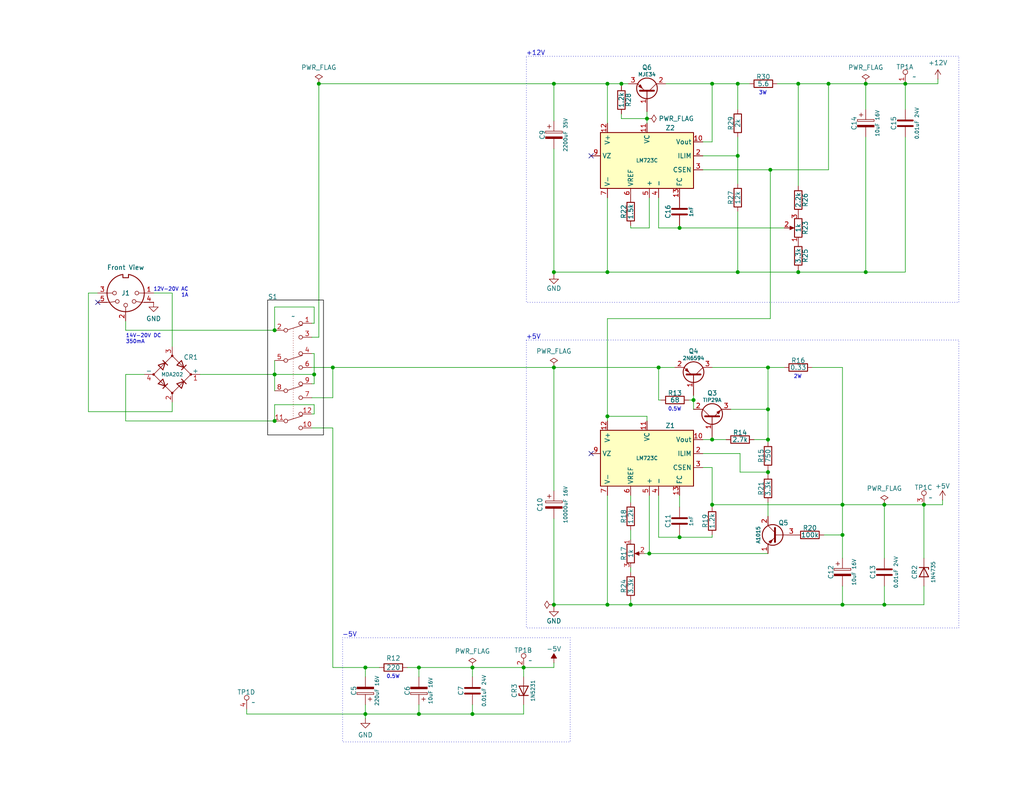
<source format=kicad_sch>
(kicad_sch (version 20250114) (generator "eeschema") (generator_version "9.0")
  (paper "USLetter")
  (title_block (title "TRS-80 Model I Rev HE11E011520") (date "2025-06-14") (rev "E1A") (company "RetroStack - Marcel Erz") (comment 2 "Linear Voltage regulators for +5V, -5V, and +12V") (comment 4 "Power"))
  (lib_symbols
    (symbol "Connector:DIN-5_180degree" (pin_names (offset 1.016))
      (property "Reference" "J" (at 3.175 5.715 0))
      (property "Value" "DIN-5_180degree" (at 0 -6.35 0))
      (symbol "DIN-5_180degree_0_1"
        (polyline (pts (xy -5.08 2.54) (xy -4.318 2.54) (xy -2.794 2.286)))
        (polyline (pts (xy -5.08 0) (xy -3.556 0)))
        (circle (center -3.048 0) (radius 0.508))
        (circle (center -2.286 2.286) (radius 0.508))
        (polyline (pts (xy -0.762 -4.953) (xy -0.762 -4.191) (xy 0.762 -4.191) (xy 0.762 -4.953)) (stroke (width 0.254)))
        (arc (start 5.08 0) (mid 3.8673 -3.3444) (end 0.762 -5.08) (stroke (width 0.254)))
        (polyline (pts (xy 0 5.08) (xy 0 3.81)))
        (circle (center 0 3.302) (radius 0.508))
        (arc (start -5.08 0) (mid 0 5.0579) (end 5.08 0) (stroke (width 0.254)))
        (arc (start -0.762 -5.08) (mid -3.8597 -3.3379) (end -5.08 0) (stroke (width 0.254)))
        (circle (center 2.286 2.286) (radius 0.508))
        (circle (center 3.048 0) (radius 0.508))
        (polyline (pts (xy 5.08 2.54) (xy 4.318 2.54) (xy 2.794 2.286)))
        (polyline (pts (xy 5.08 0) (xy 3.556 0)))
      )
      (symbol "DIN-5_180degree_1_1"
        (pin passive line (at -7.62 2.54 0) (length 2.54) (name "~") (number "4"))
        (pin passive line (at -7.62 0 0) (length 2.54) (name "~") (number "1"))
        (pin passive line (at 0 7.62 270) (length 2.54) (name "~") (number "2"))
        (pin passive line (at 7.62 2.54 180) (length 2.54) (name "~") (number "5"))
        (pin passive line (at 7.62 0 180) (length 2.54) (name "~") (number "3"))
      )
    )
    (symbol "Device:C" (pin_numbers (hide yes)) (pin_names (offset 0.254))
      (property "Reference" "C" (at 0.635 2.54 0))
      (property "Value" "C" (at 0.635 -2.54 0))
      (symbol "C_0_1"
        (polyline (pts (xy -2.032 0.762) (xy 2.032 0.762)) (stroke (width 0.508)))
        (polyline (pts (xy -2.032 -0.762) (xy 2.032 -0.762)) (stroke (width 0.508)))
      )
      (symbol "C_1_1"
        (pin passive line (at 0 3.81 270) (length 2.794) (name "~") (number "1"))
        (pin passive line (at 0 -3.81 90) (length 2.794) (name "~") (number "2"))
      )
    )
    (symbol "Device:C_Polarized" (pin_numbers (hide yes)) (pin_names (offset 0.254))
      (property "Reference" "C" (at 0.635 2.54 0))
      (property "Value" "C_Polarized" (at 0.635 -2.54 0))
      (symbol "C_Polarized_0_1"
        (rectangle (start -2.286 0.508) (end 2.286 1.016))
        (polyline (pts (xy -1.778 2.286) (xy -0.762 2.286)))
        (polyline (pts (xy -1.27 2.794) (xy -1.27 1.778)))
        (rectangle (start 2.286 -0.508) (end -2.286 -1.016) (fill (type outline)))
      )
      (symbol "C_Polarized_1_1"
        (pin passive line (at 0 3.81 270) (length 2.794) (name "~") (number "1"))
        (pin passive line (at 0 -3.81 90) (length 2.794) (name "~") (number "2"))
      )
    )
    (symbol "Device:D_Bridge_+AA-" (pin_names (offset 0))
      (property "Reference" "D" (at 2.54 6.985 0))
      (property "Value" "D_Bridge_+AA-" (at 2.54 5.08 0))
      (symbol "D_Bridge_+AA-_0_1"
        (circle (center -5.08 0) (radius 0.254) (fill (type outline)))
        (polyline (pts (xy -5.08 0) (xy 0 -5.08) (xy 5.08 0) (xy 0 5.08) (xy -5.08 0)))
        (polyline (pts (xy -3.81 2.54) (xy -2.54 1.27) (xy -1.905 3.175) (xy -3.81 2.54)) (stroke (width 0.254)))
        (polyline (pts (xy -2.54 3.81) (xy -1.27 2.54)) (stroke (width 0.254)))
        (polyline (pts (xy -2.54 -1.27) (xy -3.81 -2.54) (xy -1.905 -3.175) (xy -2.54 -1.27)) (stroke (width 0.254)))
        (polyline (pts (xy -1.27 -2.54) (xy -2.54 -3.81)) (stroke (width 0.254)))
        (circle (center 0 5.08) (radius 0.254) (fill (type outline)))
        (circle (center 0 -5.08) (radius 0.254) (fill (type outline)))
        (polyline (pts (xy 1.27 2.54) (xy 2.54 3.81) (xy 3.175 1.905) (xy 1.27 2.54)) (stroke (width 0.254)))
        (polyline (pts (xy 2.54 1.27) (xy 3.81 2.54)) (stroke (width 0.254)))
        (polyline (pts (xy 2.54 -1.27) (xy 3.81 -2.54)) (stroke (width 0.254)))
        (polyline (pts (xy 3.175 -1.905) (xy 1.27 -2.54) (xy 2.54 -3.81) (xy 3.175 -1.905)) (stroke (width 0.254)))
        (circle (center 5.08 0) (radius 0.254) (fill (type outline)))
      )
      (symbol "D_Bridge_+AA-_1_1"
        (pin passive line (at -7.62 0 0) (length 2.54) (name "-") (number "4"))
        (pin passive line (at 0 7.62 270) (length 2.54) (name "~") (number "2"))
        (pin passive line (at 0 -7.62 90) (length 2.54) (name "~") (number "3"))
        (pin passive line (at 7.62 0 180) (length 2.54) (name "+") (number "1"))
      )
    )
    (symbol "Device:D_Zener" (pin_numbers (hide yes)) (pin_names (offset 1.016) (hide yes))
      (property "Reference" "D" (at 0 2.54 0))
      (property "Value" "D_Zener" (at 0 -2.54 0))
      (symbol "D_Zener_0_1"
        (polyline (pts (xy -1.27 -1.27) (xy -1.27 1.27) (xy -0.762 1.27)) (stroke (width 0.254)))
        (polyline (pts (xy 1.27 0) (xy -1.27 0)))
        (polyline (pts (xy 1.27 -1.27) (xy 1.27 1.27) (xy -1.27 0) (xy 1.27 -1.27)) (stroke (width 0.254)))
      )
      (symbol "D_Zener_1_1"
        (pin passive line (at -3.81 0 0) (length 2.54) (name "K") (number "1"))
        (pin passive line (at 3.81 0 180) (length 2.54) (name "A") (number "2"))
      )
    )
    (symbol "Device:Q_NPN_BCE" (pin_names (offset 0) (hide yes))
      (property "Reference" "Q" (at 5.08 1.27 0))
      (property "Value" "Q_NPN_BCE" (at 5.08 -1.27 0))
      (symbol "Q_NPN_BCE_0_1"
        (polyline (pts (xy 0.635 1.905) (xy 0.635 -1.905) (xy 0.635 -1.905)) (stroke (width 0.508)))
        (polyline (pts (xy 0.635 0.635) (xy 2.54 2.54)))
        (polyline (pts (xy 0.635 -0.635) (xy 2.54 -2.54) (xy 2.54 -2.54)))
        (circle (center 1.27 0) (radius 2.8194) (stroke (width 0.254)))
        (polyline (pts (xy 1.27 -1.778) (xy 1.778 -1.27) (xy 2.286 -2.286) (xy 1.27 -1.778) (xy 1.27 -1.778)) (fill (type outline)))
      )
      (symbol "Q_NPN_BCE_1_1"
        (pin input line (at -5.08 0 0) (length 5.715) (name "B") (number "1"))
        (pin passive line (at 2.54 5.08 270) (length 2.54) (name "C") (number "2"))
        (pin passive line (at 2.54 -5.08 90) (length 2.54) (name "E") (number "3"))
      )
    )
    (symbol "Device:Q_PNP_BCE" (pin_names (offset 0) (hide yes))
      (property "Reference" "Q" (at 5.08 1.27 0))
      (property "Value" "Q_PNP_BCE" (at 5.08 -1.27 0))
      (symbol "Q_PNP_BCE_0_1"
        (polyline (pts (xy 0.635 1.905) (xy 0.635 -1.905) (xy 0.635 -1.905)) (stroke (width 0.508)))
        (polyline (pts (xy 0.635 0.635) (xy 2.54 2.54)))
        (polyline (pts (xy 0.635 -0.635) (xy 2.54 -2.54) (xy 2.54 -2.54)))
        (circle (center 1.27 0) (radius 2.8194) (stroke (width 0.254)))
        (polyline (pts (xy 2.286 -1.778) (xy 1.778 -2.286) (xy 1.27 -1.27) (xy 2.286 -1.778) (xy 2.286 -1.778)) (fill (type outline)))
      )
      (symbol "Q_PNP_BCE_1_1"
        (pin input line (at -5.08 0 0) (length 5.715) (name "B") (number "1"))
        (pin passive line (at 2.54 5.08 270) (length 2.54) (name "C") (number "2"))
        (pin passive line (at 2.54 -5.08 90) (length 2.54) (name "E") (number "3"))
      )
    )
    (symbol "Device:Q_PNP_BEC" (pin_names (offset 0) (hide yes))
      (property "Reference" "Q" (at 5.08 1.27 0))
      (property "Value" "Q_PNP_BEC" (at 5.08 -1.27 0))
      (symbol "Q_PNP_BEC_0_1"
        (polyline (pts (xy 0.635 1.905) (xy 0.635 -1.905) (xy 0.635 -1.905)) (stroke (width 0.508)))
        (polyline (pts (xy 0.635 0.635) (xy 2.54 2.54)))
        (polyline (pts (xy 0.635 -0.635) (xy 2.54 -2.54) (xy 2.54 -2.54)))
        (circle (center 1.27 0) (radius 2.8194) (stroke (width 0.254)))
        (polyline (pts (xy 2.286 -1.778) (xy 1.778 -2.286) (xy 1.27 -1.27) (xy 2.286 -1.778) (xy 2.286 -1.778)) (fill (type outline)))
      )
      (symbol "Q_PNP_BEC_1_1"
        (pin input line (at -5.08 0 0) (length 5.715) (name "B") (number "1"))
        (pin passive line (at 2.54 5.08 270) (length 2.54) (name "C") (number "3"))
        (pin passive line (at 2.54 -5.08 90) (length 2.54) (name "E") (number "2"))
      )
    )
    (symbol "Device:R" (pin_numbers (hide yes)) (pin_names (offset 0))
      (property "Reference" "R" (at 2.032 0 90))
      (property "Value" "R" (at 0 0 90))
      (symbol "R_0_1"
        (rectangle (start -1.016 -2.54) (end 1.016 2.54) (stroke (width 0.254)))
      )
      (symbol "R_1_1"
        (pin passive line (at 0 3.81 270) (length 1.27) (name "~") (number "1"))
        (pin passive line (at 0 -3.81 90) (length 1.27) (name "~") (number "2"))
      )
    )
    (symbol "Device:R_Potentiometer" (pin_names (offset 1.016) (hide yes))
      (property "Reference" "RV" (at -4.445 0 90))
      (property "Value" "R_Potentiometer" (at -2.54 0 90))
      (symbol "R_Potentiometer_0_1"
        (rectangle (start 1.016 2.54) (end -1.016 -2.54) (stroke (width 0.254)))
        (polyline (pts (xy 1.143 0) (xy 2.286 0.508) (xy 2.286 -0.508) (xy 1.143 0)) (fill (type outline)))
        (polyline (pts (xy 2.54 0) (xy 1.524 0)))
      )
      (symbol "R_Potentiometer_1_1"
        (pin passive line (at 0 3.81 270) (length 1.27) (name "1") (number "1"))
        (pin passive line (at 0 -3.81 90) (length 1.27) (name "3") (number "3"))
        (pin passive line (at 3.81 0 180) (length 1.27) (name "2") (number "2"))
      )
    )
    (symbol "LM723C_1"
      (property "Reference" "U" (at 0 0 0))
      (symbol "LM723C_1_0_1"
        (rectangle (start -12.7 -5.08) (end 12.7 -20.32) (stroke (width 0.254)) (fill (type background)))
      )
      (symbol "LM723C_1_1_1"
        (pin no_connect line (at -15.24 -9.525 0) (length 2.54) (hide yes) (name "NC") (number "8"))
        (pin input line (at -15.24 -11.43 0) (length 2.54) (name "VZ") (number "9"))
        (pin no_connect line (at -15.24 -13.97 0) (length 2.54) (hide yes) (name "NC") (number "1"))
        (pin no_connect line (at -15.24 -15.875 0) (length 2.54) (hide yes) (name "NC") (number "14"))
        (pin power_in line (at -10.795 -2.54 270) (length 2.54) (name "V+") (number "12"))
        (pin power_in line (at -10.795 -22.86 90) (length 2.54) (name "V-") (number "7"))
        (pin power_out line (at -4.445 -22.86 90) (length 2.54) (name "VREF") (number "6"))
        (pin power_in line (at 0 -2.54 270) (length 2.54) (name "VC") (number "11"))
        (pin input line (at 0.635 -22.86 90) (length 2.54) (name "+") (number "5"))
        (pin input line (at 3.175 -22.86 90) (length 2.54) (name "-") (number "4"))
        (pin input line (at 8.89 -22.86 90) (length 2.54) (name "FC") (number "13"))
        (pin power_out line (at 15.24 -7.62 180) (length 2.54) (name "Vout") (number "10"))
        (pin input line (at 15.24 -11.43 180) (length 2.54) (name "ILIM") (number "2"))
        (pin input line (at 15.24 -15.24 180) (length 2.54) (name "CSEN") (number "3"))
      )
    )
    (symbol "Library:TRS80_Model_I_TestPoints"
      (property "Reference" "TP" (at 0 1.778 0))
      (symbol "TRS80_Model_I_TestPoints_0_1"
        (circle (center 0 0) (radius 0.635))
      )
      (symbol "TRS80_Model_I_TestPoints_1_1"
        (pin passive line (at 0 -3.175 90) (length 2.54) (name "") (number "1"))
      )
      (symbol "TRS80_Model_I_TestPoints_2_1"
        (pin passive line (at 0 -3.175 90) (length 2.54) (name "") (number "2"))
      )
      (symbol "TRS80_Model_I_TestPoints_3_1"
        (pin passive line (at 0 -3.175 90) (length 2.54) (name "") (number "3"))
      )
      (symbol "TRS80_Model_I_TestPoints_4_1"
        (pin passive line (at 0 -3.175 90) (length 2.54) (name "") (number "4"))
      )
    )
    (symbol "RetroStackLibrary:LM723C"
      (property "Reference" "U" (at 0 0 0))
      (symbol "LM723C_0_1"
        (rectangle (start -12.7 -5.08) (end 12.7 -20.32) (stroke (width 0.254)) (fill (type background)))
      )
      (symbol "LM723C_1_1"
        (pin no_connect line (at -15.24 -9.525 0) (length 2.54) (hide yes) (name "NC") (number "8"))
        (pin input line (at -15.24 -11.43 0) (length 2.54) (name "VZ") (number "9"))
        (pin no_connect line (at -15.24 -13.97 0) (length 2.54) (hide yes) (name "NC") (number "1"))
        (pin no_connect line (at -15.24 -15.875 0) (length 2.54) (hide yes) (name "NC") (number "14"))
        (pin power_in line (at -10.795 -2.54 270) (length 2.54) (name "V+") (number "12"))
        (pin power_in line (at -10.795 -22.86 90) (length 2.54) (name "V-") (number "7"))
        (pin power_out line (at -4.445 -22.86 90) (length 2.54) (name "VREF") (number "6"))
        (pin power_in line (at 0 -2.54 270) (length 2.54) (name "VC") (number "11"))
        (pin input line (at 0.635 -22.86 90) (length 2.54) (name "+") (number "5"))
        (pin input line (at 3.175 -22.86 90) (length 2.54) (name "-") (number "4"))
        (pin input line (at 8.89 -22.86 90) (length 2.54) (name "FC") (number "13"))
        (pin power_out line (at 15.24 -7.62 180) (length 2.54) (name "Vout") (number "10"))
        (pin input line (at 15.24 -11.43 180) (length 2.54) (name "ILIM") (number "2"))
        (pin input line (at 15.24 -15.24 180) (length 2.54) (name "CSEN") (number "3"))
      )
    )
    (symbol "RetroStackLibrary:SW_4PST"
      (property "Reference" "SW" (at 0 0 0))
      (symbol "SW_4PST_0_0"
        (circle (center -2.032 -3.81) (radius 0.508))
        (circle (center -2.032 -12.065) (radius 0.508))
        (circle (center -2.032 -20.32) (radius 0.508))
        (circle (center -2.032 -28.575) (radius 0.508))
        (polyline (pts (xy -1.524 -3.683) (xy 2.54 -2.413)))
        (polyline (pts (xy -1.524 -11.938) (xy 2.54 -10.668)))
        (polyline (pts (xy -1.524 -20.193) (xy 2.54 -18.923)))
        (polyline (pts (xy -1.524 -28.448) (xy 2.54 -27.178)))
        (circle (center 2.032 -1.905) (radius 0.508))
        (circle (center 2.032 -5.715) (radius 0.508))
        (circle (center 2.032 -10.16) (radius 0.508))
        (circle (center 2.032 -13.97) (radius 0.508))
        (circle (center 2.032 -18.415) (radius 0.508))
        (circle (center 2.032 -22.225) (radius 0.508))
        (circle (center 2.032 -26.67) (radius 0.508))
        (circle (center 2.032 -30.48) (radius 0.508))
      )
      (symbol "SW_4PST_1_1"
        (polyline (pts (xy 0 -27.813) (xy 0 -3.3655)) (stroke (width 0) (type dot)))
        (pin passive line (at -5.08 -3.81 0) (length 2.54) (name "~") (number "2"))
        (pin passive line (at -5.08 -12.065 0) (length 2.54) (name "~") (number "5"))
        (pin passive line (at -5.08 -20.32 0) (length 2.54) (name "~") (number "8"))
        (pin passive line (at -5.08 -28.575 0) (length 2.54) (name "~") (number "11"))
        (pin passive line (at 5.08 -1.905 180) (length 2.54) (name "~") (number "1"))
        (pin passive line (at 5.08 -5.715 180) (length 2.54) (name "~") (number "3"))
        (pin passive line (at 5.08 -10.16 180) (length 2.54) (name "~") (number "4"))
        (pin passive line (at 5.08 -13.97 180) (length 2.54) (name "~") (number "6"))
        (pin passive line (at 5.08 -18.415 180) (length 2.54) (name "~") (number "9"))
        (pin passive line (at 5.08 -22.225 180) (length 2.54) (name "~") (number "7"))
        (pin passive line (at 5.08 -26.67 180) (length 2.54) (name "~") (number "12"))
        (pin passive line (at 5.08 -30.48 180) (length 2.54) (name "~") (number "10"))
      )
    )
    (symbol "Transistor_BJT:2SA1015" (pin_names (offset 0) (hide yes))
      (property "Reference" "Q" (at 5.08 1.905 0))
      (property "Value" "2SA1015" (at 5.08 0 0))
      (symbol "2SA1015_0_1"
        (polyline (pts (xy -2.54 0) (xy 0.635 0)))
        (polyline (pts (xy 0.635 1.905) (xy 0.635 -1.905)) (stroke (width 0.508)))
        (polyline (pts (xy 0.635 0.635) (xy 2.54 2.54)))
        (polyline (pts (xy 0.635 -0.635) (xy 2.54 -2.54)))
        (circle (center 1.27 0) (radius 2.8194) (stroke (width 0.254)))
        (polyline (pts (xy 2.286 -1.778) (xy 1.778 -2.286) (xy 1.27 -1.27) (xy 2.286 -1.778)) (fill (type outline)))
      )
      (symbol "2SA1015_1_1"
        (pin input line (at -5.08 0 0) (length 2.54) (name "B") (number "3"))
        (pin passive line (at 2.54 5.08 270) (length 2.54) (name "C") (number "2"))
        (pin passive line (at 2.54 -5.08 90) (length 2.54) (name "E") (number "1"))
      )
    )
    (symbol "power:+12V" (power) (pin_numbers (hide yes)) (pin_names (offset 0) (hide yes))
      (property "Value" "+12V" (at 0 3.556 0))
      (symbol "+12V_0_1"
        (polyline (pts (xy -0.762 1.27) (xy 0 2.54)))
        (polyline (pts (xy 0 2.54) (xy 0.762 1.27)))
        (polyline (pts (xy 0 0) (xy 0 2.54)))
      )
      (symbol "+12V_1_1"
        (pin power_in line (at 0 0 90) (length 0) (name "~") (number "1"))
      )
    )
    (symbol "power:+5V" (power) (pin_numbers (hide yes)) (pin_names (offset 0) (hide yes))
      (property "Value" "+5V" (at 0 3.556 0))
      (symbol "+5V_0_1"
        (polyline (pts (xy -0.762 1.27) (xy 0 2.54)))
        (polyline (pts (xy 0 2.54) (xy 0.762 1.27)))
        (polyline (pts (xy 0 0) (xy 0 2.54)))
      )
      (symbol "+5V_1_1"
        (pin power_in line (at 0 0 90) (length 0) (name "~") (number "1"))
      )
    )
    (symbol "power:-5V" (power) (pin_numbers (hide yes)) (pin_names (offset 0) (hide yes))
      (property "Value" "-5V" (at 0 3.556 0))
      (symbol "-5V_0_0"
        (pin power_in line (at 0 0 90) (length 0) (name "~") (number "1"))
      )
      (symbol "-5V_0_1"
        (polyline (pts (xy 0 0) (xy 0 1.27) (xy 0.762 1.27) (xy 0 2.54) (xy -0.762 1.27) (xy 0 1.27)) (fill (type outline)))
      )
    )
    (symbol "power:GND" (power) (pin_numbers (hide yes)) (pin_names (offset 0) (hide yes))
      (property "Value" "GND" (at 0 -3.81 0))
      (symbol "GND_0_1"
        (polyline (pts (xy 0 0) (xy 0 -1.27) (xy 1.27 -1.27) (xy 0 -2.54) (xy -1.27 -1.27) (xy 0 -1.27)))
      )
      (symbol "GND_1_1"
        (pin power_in line (at 0 0 270) (length 0) (name "~") (number "1"))
      )
    )
    (symbol "power:PWR_FLAG" (power) (pin_numbers (hide yes)) (pin_names (offset 0) (hide yes))
      (property "Value" "PWR_FLAG" (at 0 3.81 0))
      (symbol "PWR_FLAG_0_0"
        (pin power_out line (at 0 0 90) (length 0) (name "pwr") (number "1"))
      )
      (symbol "PWR_FLAG_0_1"
        (polyline (pts (xy 0 0) (xy 0 1.27) (xy -1.016 1.905) (xy 0 2.54) (xy 1.016 1.905) (xy 0 1.27)))
      )
    )
  )
  (rectangle (start 143.637 92.837) (end 261.62 171.45) (stroke (width 0) (type dot)))
  (rectangle (start 143.637 15.367) (end 261.62 82.55) (stroke (width 0) (type dot)))
  (rectangle (start 73.025 81.915) (end 88.265 118.745) (stroke (width 0) (color 0 0 0 1)))
  (rectangle (start 93.472 174.117) (end 155.575 202.565) (stroke (width 0) (type dot)))
  (text "+5V" (at 143.51 92.075 0) (effects (font (size 1.27 1.27)) (justify left)))
  (text "12V-20V AC\n1A" (at 51.435 81.28 0) (effects (font (size 1 1)) (justify right bottom)))
  (text "2W" (at 216.535 103.505 0) (effects (font (size 1 1)) (justify left bottom)))
  (text "0.5W" (at 105.41 185.42 0) (effects (font (size 1 1)) (justify left bottom)))
  (text "3W" (at 207.01 26.035 0) (effects (font (size 1 1)) (justify left bottom)))
  (text "-5V" (at 93.345 173.355 0) (effects (font (size 1.27 1.27)) (justify left)))
  (text "0.5W" (at 182.245 112.395 0) (effects (font (size 1 1)) (justify left bottom)))
  (text "+12V" (at 143.51 14.605 0) (effects (font (size 1.27 1.27)) (justify left)))
  (text "14V-20V DC\n350mA" (at 34.29 93.98 0) (effects (font (size 1 1)) (justify left bottom)))
  (junction (at 165.735 165.1))
  (junction (at 229.87 137.795))
  (junction (at 210.185 46.355))
  (junction (at 114.3 182.245))
  (junction (at 151.13 22.86))
  (junction (at 169.545 22.86))
  (junction (at 177.165 151.13))
  (junction (at 194.31 22.86))
  (junction (at 201.295 22.86))
  (junction (at 185.42 62.23))
  (junction (at 241.3 137.795))
  (junction (at 201.295 42.545))
  (junction (at 194.31 137.795))
  (junction (at 241.3 165.1))
  (junction (at 217.805 22.86))
  (junction (at 209.55 111.76))
  (junction (at 165.735 113.665))
  (junction (at 74.93 90.17))
  (junction (at 74.93 114.935))
  (junction (at 90.805 100.33))
  (junction (at 128.905 182.245))
  (junction (at 236.22 74.295))
  (junction (at 85.725 102.235))
  (junction (at 99.695 194.945))
  (junction (at 142.875 182.245))
  (junction (at 226.06 22.86))
  (junction (at 252.095 137.795))
  (junction (at 194.31 120.015))
  (junction (at 179.705 100.33))
  (junction (at 229.87 146.05))
  (junction (at 86.995 22.86))
  (junction (at 217.805 74.295))
  (junction (at 172.085 165.1))
  (junction (at 151.13 100.33))
  (junction (at 201.295 74.295))
  (junction (at 229.87 165.1))
  (junction (at 128.905 194.945))
  (junction (at 176.53 32.385))
  (junction (at 209.55 120.015))
  (junction (at 189.23 109.22))
  (junction (at 209.55 100.33))
  (junction (at 236.22 22.86))
  (junction (at 151.13 165.1))
  (junction (at 165.735 74.295))
  (junction (at 247.015 22.86))
  (junction (at 151.13 74.295))
  (junction (at 165.735 22.86))
  (junction (at 74.93 102.235))
  (junction (at 99.695 182.245))
  (junction (at 209.55 128.905))
  (junction (at 185.42 146.685))
  (junction (at 114.3 194.945))
  (no_connect (at 26.67 82.55))
  (no_connect (at 161.29 42.545))
  (no_connect (at 161.29 123.825))
  (wire (pts (xy 176.53 32.385) (xy 176.53 33.655)))
  (wire (pts (xy 172.085 163.83) (xy 172.085 165.1)))
  (wire (pts (xy 24.13 80.01) (xy 26.67 80.01)))
  (wire (pts (xy 201.295 74.295) (xy 217.805 74.295)))
  (wire (pts (xy 229.87 146.05) (xy 224.79 146.05)))
  (wire (pts (xy 201.93 128.905) (xy 209.55 128.905)))
  (wire (pts (xy 179.705 100.33) (xy 184.15 100.33)))
  (wire (pts (xy 85.725 96.52) (xy 85.725 102.235)))
  (wire (pts (xy 194.31 146.685) (xy 194.31 146.05)))
  (wire (pts (xy 85.725 88.265) (xy 85.725 83.82)))
  (wire (pts (xy 217.805 50.8) (xy 217.805 22.86)))
  (wire (pts (xy 201.295 74.295) (xy 165.735 74.295)))
  (wire (pts (xy 179.705 53.975) (xy 179.705 62.23)))
  (wire (pts (xy 191.77 127.635) (xy 194.31 127.635)))
  (wire (pts (xy 194.31 120.015) (xy 194.31 119.38)))
  (wire (pts (xy 201.295 22.86) (xy 204.47 22.86)))
  (wire (pts (xy 54.61 102.235) (xy 74.93 102.235)))
  (wire (pts (xy 229.87 165.1) (xy 241.3 165.1)))
  (wire (pts (xy 151.13 22.86) (xy 165.735 22.86)))
  (wire (pts (xy 252.095 160.02) (xy 252.095 165.1)))
  (wire (pts (xy 191.77 123.825) (xy 201.93 123.825)))
  (wire (pts (xy 201.295 42.545) (xy 201.295 50.165)))
  (wire (pts (xy 185.42 146.05) (xy 185.42 146.685)))
  (wire (pts (xy 151.13 40.64) (xy 151.13 74.295)))
  (wire (pts (xy 74.93 83.82) (xy 74.93 90.17)))
  (wire (pts (xy 177.165 62.23) (xy 177.165 53.975)))
  (wire (pts (xy 172.085 61.595) (xy 172.085 62.23)))
  (wire (pts (xy 142.875 192.405) (xy 142.875 194.945)))
  (wire (pts (xy 142.875 194.945) (xy 128.905 194.945)))
  (wire (pts (xy 179.705 146.685) (xy 185.42 146.685)))
  (wire (pts (xy 151.13 182.245) (xy 151.13 180.975)))
  (wire (pts (xy 165.735 113.665) (xy 165.735 114.935)))
  (wire (pts (xy 217.805 22.86) (xy 226.06 22.86)))
  (wire (pts (xy 247.015 22.86) (xy 247.015 29.845)))
  (wire (pts (xy 128.905 182.245) (xy 142.875 182.245)))
  (wire (pts (xy 236.22 74.295) (xy 247.015 74.295)))
  (wire (pts (xy 241.3 137.795) (xy 241.3 152.4)))
  (wire (pts (xy 169.545 22.86) (xy 171.45 22.86)))
  (wire (pts (xy 85.725 83.82) (xy 74.93 83.82)))
  (wire (pts (xy 114.3 192.405) (xy 114.3 194.945)))
  (wire (pts (xy 217.805 73.66) (xy 217.805 74.295)))
  (wire (pts (xy 177.165 135.255) (xy 177.165 151.13)))
  (wire (pts (xy 34.29 114.935) (xy 74.93 114.935)))
  (wire (pts (xy 209.55 128.905) (xy 209.55 128.27)))
  (wire (pts (xy 90.805 100.33) (xy 151.13 100.33)))
  (wire (pts (xy 205.74 120.015) (xy 209.55 120.015)))
  (wire (pts (xy 210.185 86.995) (xy 165.735 86.995)))
  (wire (pts (xy 209.55 137.16) (xy 209.55 140.97)))
  (wire (pts (xy 175.895 151.13) (xy 177.165 151.13)))
  (wire (pts (xy 209.55 111.76) (xy 199.39 111.76)))
  (wire (pts (xy 236.22 22.86) (xy 247.015 22.86)))
  (wire (pts (xy 142.875 182.245) (xy 151.13 182.245)))
  (wire (pts (xy 179.705 109.22) (xy 180.34 109.22)))
  (wire (pts (xy 179.705 62.23) (xy 185.42 62.23)))
  (wire (pts (xy 209.55 100.33) (xy 209.55 111.76)))
  (wire (pts (xy 85.09 96.52) (xy 85.725 96.52)))
  (wire (pts (xy 179.705 135.255) (xy 179.705 146.685)))
  (wire (pts (xy 151.13 165.1) (xy 165.735 165.1)))
  (wire (pts (xy 85.09 100.33) (xy 90.805 100.33)))
  (wire (pts (xy 169.545 32.385) (xy 176.53 32.385)))
  (wire (pts (xy 255.905 21.59) (xy 255.905 22.86)))
  (wire (pts (xy 142.875 182.245) (xy 142.875 184.785)))
  (wire (pts (xy 201.295 57.785) (xy 201.295 74.295)))
  (wire (pts (xy 169.545 22.86) (xy 169.545 23.495)))
  (wire (pts (xy 194.31 22.86) (xy 201.295 22.86)))
  (wire (pts (xy 185.42 61.595) (xy 185.42 62.23)))
  (wire (pts (xy 85.09 88.265) (xy 85.725 88.265)))
  (wire (pts (xy 86.995 22.86) (xy 151.13 22.86)))
  (wire (pts (xy 67.31 193.675) (xy 67.31 194.945)))
  (wire (pts (xy 176.53 113.665) (xy 176.53 114.935)))
  (wire (pts (xy 201.93 123.825) (xy 201.93 128.905)))
  (wire (pts (xy 165.735 86.995) (xy 165.735 113.665)))
  (wire (pts (xy 241.3 160.02) (xy 241.3 165.1)))
  (wire (pts (xy 185.42 62.23) (xy 213.995 62.23)))
  (wire (pts (xy 114.3 194.945) (xy 128.905 194.945)))
  (wire (pts (xy 189.23 109.22) (xy 189.23 107.95)))
  (wire (pts (xy 165.735 22.86) (xy 169.545 22.86)))
  (wire (pts (xy 34.29 102.235) (xy 34.29 114.935)))
  (wire (pts (xy 165.735 53.975) (xy 165.735 74.295)))
  (wire (pts (xy 252.095 165.1) (xy 241.3 165.1)))
  (wire (pts (xy 191.77 120.015) (xy 194.31 120.015)))
  (wire (pts (xy 209.55 100.33) (xy 213.995 100.33)))
  (wire (pts (xy 85.725 102.235) (xy 85.725 104.775)))
  (wire (pts (xy 90.805 100.33) (xy 90.805 108.585)))
  (wire (pts (xy 172.085 144.78) (xy 172.085 147.32)))
  (wire (pts (xy 209.55 120.65) (xy 209.55 120.015)))
  (wire (pts (xy 74.93 102.235) (xy 74.93 106.68)))
  (wire (pts (xy 252.095 137.795) (xy 252.095 152.4)))
  (wire (pts (xy 67.31 194.945) (xy 99.695 194.945)))
  (wire (pts (xy 221.615 100.33) (xy 229.87 100.33)))
  (wire (pts (xy 74.93 98.425) (xy 74.93 102.235)))
  (wire (pts (xy 151.13 141.605) (xy 151.13 165.1)))
  (wire (pts (xy 191.77 42.545) (xy 201.295 42.545)))
  (wire (pts (xy 165.735 22.86) (xy 165.735 33.655)))
  (wire (pts (xy 229.87 100.33) (xy 229.87 137.795)))
  (wire (pts (xy 191.77 46.355) (xy 210.185 46.355)))
  (wire (pts (xy 99.695 182.245) (xy 103.505 182.245)))
  (wire (pts (xy 247.015 37.465) (xy 247.015 74.295)))
  (wire (pts (xy 46.99 80.01) (xy 41.91 80.01)))
  (wire (pts (xy 209.55 111.76) (xy 209.55 120.015)))
  (wire (pts (xy 99.695 196.215) (xy 99.695 194.945)))
  (wire (pts (xy 212.09 22.86) (xy 217.805 22.86)))
  (wire (pts (xy 201.295 42.545) (xy 201.295 37.465)))
  (wire (pts (xy 46.99 112.395) (xy 24.13 112.395)))
  (wire (pts (xy 165.735 74.295) (xy 151.13 74.295)))
  (wire (pts (xy 187.96 109.22) (xy 189.23 109.22)))
  (wire (pts (xy 90.805 182.245) (xy 99.695 182.245)))
  (wire (pts (xy 165.735 165.1) (xy 172.085 165.1)))
  (wire (pts (xy 114.3 182.245) (xy 114.3 184.785)))
  (wire (pts (xy 85.09 116.84) (xy 90.805 116.84)))
  (wire (pts (xy 85.725 113.03) (xy 85.725 110.49)))
  (wire (pts (xy 209.55 151.13) (xy 177.165 151.13)))
  (wire (pts (xy 194.31 22.86) (xy 194.31 38.735)))
  (wire (pts (xy 99.695 194.945) (xy 114.3 194.945)))
  (wire (pts (xy 151.13 100.33) (xy 151.13 133.985)))
  (wire (pts (xy 185.42 146.685) (xy 194.31 146.685)))
  (wire (pts (xy 86.995 92.075) (xy 86.995 22.86)))
  (wire (pts (xy 46.99 112.395) (xy 46.99 109.855)))
  (wire (pts (xy 172.085 135.255) (xy 172.085 137.16)))
  (wire (pts (xy 34.29 87.63) (xy 34.29 90.17)))
  (wire (pts (xy 229.87 137.795) (xy 241.3 137.795)))
  (wire (pts (xy 34.29 90.17) (xy 74.93 90.17)))
  (wire (pts (xy 209.55 128.905) (xy 209.55 129.54)))
  (wire (pts (xy 194.31 137.795) (xy 194.31 138.43)))
  (wire (pts (xy 236.22 22.86) (xy 236.22 29.845)))
  (wire (pts (xy 172.085 165.1) (xy 229.87 165.1)))
  (wire (pts (xy 236.22 37.465) (xy 236.22 74.295)))
  (wire (pts (xy 257.175 137.795) (xy 252.095 137.795)))
  (wire (pts (xy 194.31 127.635) (xy 194.31 137.795)))
  (wire (pts (xy 191.77 38.735) (xy 194.31 38.735)))
  (wire (pts (xy 172.085 156.21) (xy 172.085 154.94)))
  (wire (pts (xy 165.735 113.665) (xy 176.53 113.665)))
  (wire (pts (xy 85.725 110.49) (xy 74.93 110.49)))
  (wire (pts (xy 128.905 182.245) (xy 128.905 184.785)))
  (wire (pts (xy 85.09 113.03) (xy 85.725 113.03)))
  (wire (pts (xy 151.13 100.33) (xy 179.705 100.33)))
  (wire (pts (xy 257.175 136.525) (xy 257.175 137.795)))
  (wire (pts (xy 255.905 22.86) (xy 247.015 22.86)))
  (wire (pts (xy 181.61 22.86) (xy 194.31 22.86)))
  (wire (pts (xy 229.87 137.795) (xy 229.87 146.05)))
  (wire (pts (xy 169.545 31.115) (xy 169.545 32.385)))
  (wire (pts (xy 210.185 46.355) (xy 226.06 46.355)))
  (wire (pts (xy 85.09 92.075) (xy 86.995 92.075)))
  (wire (pts (xy 236.22 74.295) (xy 217.805 74.295)))
  (wire (pts (xy 90.805 116.84) (xy 90.805 182.245)))
  (wire (pts (xy 114.3 182.245) (xy 128.905 182.245)))
  (wire (pts (xy 194.31 120.015) (xy 198.12 120.015)))
  (wire (pts (xy 194.31 100.33) (xy 209.55 100.33)))
  (wire (pts (xy 151.13 74.295) (xy 151.13 74.93)))
  (wire (pts (xy 201.295 22.86) (xy 201.295 29.845)))
  (wire (pts (xy 39.37 102.235) (xy 34.29 102.235)))
  (wire (pts (xy 194.31 137.795) (xy 229.87 137.795)))
  (wire (pts (xy 229.87 160.02) (xy 229.87 165.1)))
  (wire (pts (xy 85.09 108.585) (xy 90.805 108.585)))
  (wire (pts (xy 189.23 109.22) (xy 189.23 111.76)))
  (wire (pts (xy 99.695 194.945) (xy 99.695 192.405)))
  (wire (pts (xy 85.725 104.775) (xy 85.09 104.775)))
  (wire (pts (xy 241.3 137.795) (xy 252.095 137.795)))
  (wire (pts (xy 176.53 30.48) (xy 176.53 32.385)))
  (wire (pts (xy 210.185 46.355) (xy 210.185 86.995)))
  (wire (pts (xy 128.905 192.405) (xy 128.905 194.945)))
  (wire (pts (xy 151.13 33.02) (xy 151.13 22.86)))
  (wire (pts (xy 24.13 112.395) (xy 24.13 80.01)))
  (wire (pts (xy 226.06 22.86) (xy 226.06 46.355)))
  (wire (pts (xy 185.42 138.43) (xy 185.42 135.255)))
  (wire (pts (xy 151.13 165.735) (xy 151.13 165.1)))
  (wire (pts (xy 46.99 80.01) (xy 46.99 94.615)))
  (wire (pts (xy 74.93 110.49) (xy 74.93 114.935)))
  (wire (pts (xy 111.125 182.245) (xy 114.3 182.245)))
  (wire (pts (xy 99.695 182.245) (xy 99.695 184.785)))
  (wire (pts (xy 229.87 146.05) (xy 229.87 152.4)))
  (wire (pts (xy 226.06 22.86) (xy 236.22 22.86)))
  (wire (pts (xy 165.735 135.255) (xy 165.735 165.1)))
  (wire (pts (xy 172.085 62.23) (xy 177.165 62.23)))
  (wire (pts (xy 179.705 100.33) (xy 179.705 109.22)))
  (wire (pts (xy 74.93 102.235) (xy 85.725 102.235)))
  (symbol (lib_id "Device:R_Potentiometer") (at 172.085 151.13 0) (unit 1)
    (property "Reference" "R17" (at 170.18 151.13 90))
    (property "Value" "1k" (at 172.085 151.13 90))
    (property "Footprint" "Library:TRS80_Model_I_R_Pot_Jap" (effects (hide yes)))
  )
  (symbol (lib_id "power:-5V") (at 151.13 180.975 0) (unit 1)
    (property "Reference" "#PWR0186" (effects (hide yes)))
    (property "Value" "-5V" (at 151.13 177.165 0))
    (property "Description" "Power symbol creates a global label with name \"-5V\"" (effects (hide yes)))
  )
  (symbol (lib_id "Device:R") (at 172.085 57.785 0) (unit 1)
    (property "Reference" "R22" (at 170.18 57.785 90))
    (property "Value" "1.5k" (at 172.085 57.785 90))
    (property "Footprint" "Library:TRS80_Model_I_R_0.25W_Jap" (effects (hide yes)))
  )
  (symbol (lib_id "power:PWR_FLAG") (at 176.53 32.385 270) (unit 1)
    (property "Reference" "#FLG06" (effects (hide yes)))
    (property "Value" "PWR_FLAG" (at 179.705 32.385 90) (effects (justify left)))
    (instances (project "Power" (path "" (reference "#FLG01") (unit 1))) (project "TRS80_Model_I_G_E1" (path "" (reference "#FLG06") (unit 1))))
  )
  (symbol (lib_id "Device:R") (at 194.31 142.24 0) (unit 1)
    (property "Reference" "R19" (at 192.405 142.24 90))
    (property "Value" "1.2k" (at 194.31 142.24 90))
    (property "Footprint" "Library:TRS80_Model_I_R_0.25W_Jap" (effects (hide yes)))
  )
  (symbol (lib_id "power:PWR_FLAG") (at 241.3 137.795 0) (unit 1)
    (property "Reference" "#FLG04" (effects (hide yes)))
    (property "Value" "PWR_FLAG" (at 241.3 133.35 0))
    (instances (project "Power" (path "" (reference "#FLG01") (unit 1))) (project "TRS80_Model_I_G_E1" (path "" (reference "#FLG04") (unit 1))))
  )
  (symbol (lib_id "Device:R") (at 209.55 133.35 0) (unit 1)
    (property "Reference" "R21" (at 207.645 133.35 90))
    (property "Value" "3.3k" (at 209.55 133.35 90))
    (property "Footprint" "Library:TRS80_Model_I_R_0.25W_Jap" (effects (hide yes)))
  )
  (symbol (lib_name "LM723C_1") (lib_id "RetroStackLibrary:LM723C") (at 176.53 31.115 0) (unit 1)
    (property "Reference" "Z2" (at 182.88 34.925 0))
    (property "Value" "LM723C" (at 176.53 43.815 0) (effects (font (size 1 1))))
    (property "Footprint" "Library:TRS80_Model_I_DIP14_Jap" (effects (hide yes)))
    (property "Datasheet" "http://www.ti.com/lit/ds/symlink/lm723.pdf" (effects (hide yes)))
  )
  (symbol (lib_id "Device:R") (at 209.55 124.46 0) (unit 1)
    (property "Reference" "R15" (at 207.645 124.46 90))
    (property "Value" "750" (at 209.55 124.46 90))
    (property "Footprint" "Library:TRS80_Model_I_R_0.25W_Jap" (effects (hide yes)))
  )
  (symbol (lib_id "Device:C_Polarized") (at 114.3 188.595 180) (unit 1)
    (property "Reference" "C6" (at 111.125 188.595 90))
    (property "Value" "10uF 16V" (at 117.475 188.595 90) (effects (font (size 1 1))))
    (property "Footprint" "Library:TRS80_Model_I_C_Pol_Radial_5D_2.5P_Jap" (effects (hide yes)))
  )
  (symbol (lib_id "RetroStackLibrary:SW_4PST") (at 80.01 86.36 0) (unit 1)
    (property "Reference" "S1" (at 74.422 81.026 0))
    (property "Value" "~" (at 80.01 86.36 0))
    (property "Footprint" "Library:TRS80_Model_I_Sw_Large_Jap" (effects (hide yes)))
  )
  (symbol (lib_id "Transistor_BJT:2SA1015") (at 212.09 146.05 0) (mirror y) (unit 1)
    (property "Reference" "Q5" (at 215.138 142.748 0) (effects (justify left)))
    (property "Value" "A1015" (at 206.883 146.05 90) (effects (font (size 1 1))))
    (property "Footprint" "Library:TRS80_Model_I_Q_Circle_ECB_Jap" (effects (hide yes)))
    (property "Datasheet" "http://www.datasheetcatalog.org/datasheet/toshiba/905.pdf" (effects (hide yes)))
    (property "Description" "-0.15A Ic, -50V Vce, Low Noise Audio PNP Transistor, TO-92" (effects (hide yes)))
  )
  (symbol (lib_id "Library:TRS80_Model_I_TestPoints") (at 247.015 19.685 0) (unit 1)
    (property "Reference" "TP1" (at 246.888 18.288 0))
    (property "Value" "~" (at 248.92 20.955 0) (effects (justify left)))
    (property "Footprint" "Library:TRS80_Model_I_TestPoints" (effects (hide yes)))
  )
  (symbol (lib_id "power:+12V") (at 255.905 21.59 0) (unit 1)
    (property "Reference" "#PWR0189" (effects (hide yes)))
    (property "Value" "+12V" (at 255.905 17.145 0))
    (property "Description" "Power symbol creates a global label with name \"+12V\"" (effects (hide yes)))
  )
  (symbol (lib_id "power:GND") (at 151.13 165.735 0) (unit 1)
    (property "Reference" "#PWR0187" (effects (hide yes)))
    (property "Value" "GND" (at 151.13 169.545 0))
    (property "Description" "Power symbol creates a global label with name \"GND\" , ground" (effects (hide yes)))
    (instances (project "Power" (path "" (reference "#PWR01") (unit 1))) (project "TRS80_Model_I_G_E1" (path "" (reference "#PWR0187") (unit 1))))
  )
  (symbol (lib_id "Device:C_Polarized") (at 151.13 36.83 0) (unit 1)
    (property "Reference" "C9" (at 147.955 36.83 90))
    (property "Value" "2200uF 35V" (at 154.305 36.83 90) (effects (font (size 1 1))))
    (property "Footprint" "Library:TRS80_Model_I_C_Pol_Axial_41L_19W_48P_Jap" (effects (hide yes)))
  )
  (symbol (lib_id "Device:R") (at 169.545 27.305 0) (unit 1)
    (property "Reference" "R28" (at 171.45 27.305 90))
    (property "Value" "1.2k" (at 169.545 27.305 90))
    (property "Footprint" "Library:TRS80_Model_I_R_0.25W_Jap" (effects (hide yes)))
  )
  (symbol (lib_id "power:GND") (at 99.695 196.215 0) (unit 1)
    (property "Reference" "#PWR0185" (effects (hide yes)))
    (property "Value" "GND" (at 99.695 200.6584 0))
    (property "Description" "Power symbol creates a global label with name \"GND\" , ground" (effects (hide yes)))
    (instances (project "Power" (path "" (reference "#PWR01") (unit 1))) (project "TRS80_Model_I_G_E1" (path "" (reference "#PWR0185") (unit 1))))
  )
  (symbol (lib_id "Device:C_Polarized") (at 99.695 188.595 180) (unit 1)
    (property "Reference" "C5" (at 96.52 188.595 90))
    (property "Value" "220uF 16V" (at 102.87 188.595 90) (effects (font (size 1 1))))
    (property "Footprint" "Library:TRS80_Model_I_C_Pol_Radial_10D_5P_Jap" (effects (hide yes)))
  )
  (symbol (lib_id "RetroStackLibrary:LM723C") (at 176.53 112.395 0) (unit 1)
    (property "Reference" "Z1" (at 182.88 116.205 0))
    (property "Value" "LM723C" (at 176.53 125.095 0) (effects (font (size 1 1))))
    (property "Footprint" "Library:TRS80_Model_I_DIP14_Jap" (effects (hide yes)))
    (property "Datasheet" "http://www.ti.com/lit/ds/symlink/lm723.pdf" (effects (hide yes)))
  )
  (symbol (lib_id "Device:D_Zener") (at 142.875 188.595 90) (unit 1)
    (property "Reference" "CR3" (at 140.335 188.595 0))
    (property "Value" "1N5231" (at 145.415 188.595 0) (effects (font (size 1 1))))
    (property "Footprint" "Library:TRS80_Model_I_D_Zener_Jap" (effects (hide yes)))
  )
  (symbol (lib_id "Library:TRS80_Model_I_TestPoints") (at 142.875 179.07 0) (unit 2)
    (property "Reference" "TP1" (at 142.748 177.546 0))
    (property "Value" "~" (at 144.145 180.34 0) (effects (justify left)))
    (property "Footprint" "Library:TRS80_Model_I_TestPoints" (effects (hide yes)))
  )
  (symbol (lib_id "Device:C_Polarized") (at 229.87 156.21 0) (unit 1)
    (property "Reference" "C12" (at 226.695 156.21 90))
    (property "Value" "10uF 16V" (at 233.045 156.21 90) (effects (font (size 1 1))))
    (property "Footprint" "Library:TRS80_Model_I_C_Pol_Radial_5D_2.5P_Jap" (effects (hide yes)))
  )
  (symbol (lib_id "Device:R") (at 217.805 54.61 0) (unit 1)
    (property "Reference" "R26" (at 219.71 54.61 90))
    (property "Value" "2.2k" (at 217.805 54.61 90))
    (property "Footprint" "Library:TRS80_Model_I_R_0.25W_Jap" (effects (hide yes)))
  )
  (symbol (lib_id "Device:R") (at 217.805 69.85 0) (unit 1)
    (property "Reference" "R25" (at 219.71 69.85 90))
    (property "Value" "3.3k" (at 217.805 69.85 90))
    (property "Footprint" "Library:TRS80_Model_I_R_0.25W_Jap" (effects (hide yes)))
  )
  (symbol (lib_id "Device:D_Bridge_+AA-") (at 46.99 102.235 0) (mirror x) (unit 1)
    (property "Reference" "CR1" (at 52.07 97.536 0))
    (property "Value" "MDA202" (at 46.99 102.235 0) (effects (font (size 1 1))))
    (property "Footprint" "Library:TRS80_Model_I_D_Bridge_Jap" (effects (hide yes)))
  )
  (symbol (lib_id "Library:TRS80_Model_I_TestPoints") (at 67.31 190.5 0) (unit 4)
    (property "Reference" "TP1" (at 67.183 188.976 0))
    (property "Value" "~" (at 68.58 191.77 0) (effects (justify left)))
    (property "Footprint" "Library:TRS80_Model_I_TestPoints" (effects (hide yes)))
  )
  (symbol (lib_id "power:PWR_FLAG") (at 86.995 22.86 0) (unit 1)
    (property "Reference" "#FLG07" (effects (hide yes)))
    (property "Value" "PWR_FLAG" (at 86.995 18.415 0))
    (instances (project "Power" (path "" (reference "#FLG01") (unit 1))) (project "TRS80_Model_I_G_E1" (path "" (reference "#FLG07") (unit 1))))
  )
  (symbol (lib_id "Device:R") (at 217.805 100.33 90) (unit 1)
    (property "Reference" "R16" (at 217.805 98.425 90))
    (property "Value" "0.33" (at 217.805 100.33 90))
    (property "Footprint" "Library:TRS80_Model_I_R_2W_Jap" (effects (hide yes)))
  )
  (symbol (lib_id "power:PWR_FLAG") (at 236.22 22.86 0) (unit 1)
    (property "Reference" "#FLG03" (effects (hide yes)))
    (property "Value" "PWR_FLAG" (at 236.22 18.415 0))
    (instances (project "Power" (path "" (reference "#FLG01") (unit 1))) (project "TRS80_Model_I_G_E1" (path "" (reference "#FLG03") (unit 1))))
  )
  (symbol (lib_id "Device:R") (at 172.085 160.02 0) (unit 1)
    (property "Reference" "R24" (at 170.18 160.02 90))
    (property "Value" "3.3k" (at 172.085 160.02 90))
    (property "Footprint" "Library:TRS80_Model_I_R_0.25W_Jap" (effects (hide yes)))
  )
  (symbol (lib_id "power:GND") (at 41.91 82.55 0) (unit 1)
    (property "Reference" "#PWR0184" (effects (hide yes)))
    (property "Value" "GND" (at 41.91 86.9934 0))
    (property "Description" "Power symbol creates a global label with name \"GND\" , ground" (effects (hide yes)))
    (instances (project "Power" (path "" (reference "#PWR01") (unit 1))) (project "TRS80_Model_I_G_E1" (path "" (reference "#PWR0184") (unit 1))))
  )
  (symbol (lib_id "Device:C_Polarized") (at 151.13 137.795 0) (unit 1)
    (property "Reference" "C10" (at 147.32 137.795 90))
    (property "Value" "10000uF 16V" (at 154.305 137.795 90) (effects (font (size 1 1))))
    (property "Footprint" "Library:TRS80_Model_I_C_Pol_Axial_63L_25W_71P_Jap" (effects (hide yes)))
  )
  (symbol (lib_id "Device:R") (at 201.93 120.015 90) (unit 1)
    (property "Reference" "R14" (at 201.93 118.11 90))
    (property "Value" "2.7k" (at 201.93 120.015 90))
    (property "Footprint" "Library:TRS80_Model_I_R_0.25W_Jap" (effects (hide yes)))
  )
  (symbol (lib_id "power:+5V") (at 257.175 136.525 0) (unit 1)
    (property "Reference" "#PWR0188" (effects (hide yes)))
    (property "Value" "+5V" (at 257.175 132.715 0))
    (property "Description" "Power symbol creates a global label with name \"+5V\"" (effects (hide yes)))
  )
  (symbol (lib_id "Device:Q_NPN_BCE") (at 194.31 114.3 90) (unit 1)
    (property "Reference" "Q3" (at 194.31 107.315 90))
    (property "Value" "TIP29A" (at 194.31 109.22 90) (effects (font (size 1 1))))
    (property "Footprint" "Library:TRS80_Model_I_Q_Box_BCE_Jap" (effects (hide yes)))
  )
  (symbol (lib_id "Device:C") (at 128.905 188.595 0) (unit 1)
    (property "Reference" "C7" (at 125.73 188.595 90))
    (property "Value" "0.01uF 24V" (at 132.08 188.595 90) (effects (font (size 1 1))))
    (property "Footprint" "Library:TRS80_Model_I_C_Disc_9.5L_4W_6P_Jap" (effects (hide yes)))
  )
  (symbol (lib_id "power:GND") (at 151.13 74.93 0) (unit 1)
    (property "Reference" "#PWR0190" (effects (hide yes)))
    (property "Value" "GND" (at 151.13 78.74 0))
    (property "Description" "Power symbol creates a global label with name \"GND\" , ground" (effects (hide yes)))
    (instances (project "Power" (path "" (reference "#PWR01") (unit 1))) (project "TRS80_Model_I_G_E1" (path "" (reference "#PWR0190") (unit 1))))
  )
  (symbol (lib_id "Device:R") (at 201.295 33.655 0) (unit 1)
    (property "Reference" "R29" (at 199.39 33.655 90))
    (property "Value" "2k" (at 201.295 33.655 90))
    (property "Footprint" "Library:TRS80_Model_I_R_0.25W_Jap" (effects (hide yes)))
  )
  (symbol (lib_id "Device:R") (at 220.98 146.05 90) (unit 1)
    (property "Reference" "R20" (at 220.98 144.145 90))
    (property "Value" "100k" (at 220.98 146.05 90))
    (property "Footprint" "Library:TRS80_Model_I_R_0.25W_Jap" (effects (hide yes)))
  )
  (symbol (lib_id "power:PWR_FLAG") (at 151.13 165.1 90) (unit 1)
    (property "Reference" "#FLG01" (effects (hide yes)))
    (property "Value" "PWR_FLAG" (effects (hide yes)))
  )
  (symbol (lib_id "Device:R") (at 208.28 22.86 270) (unit 1)
    (property "Reference" "R30" (at 208.28 20.955 90))
    (property "Value" "5.6" (at 208.28 22.86 90))
    (property "Footprint" "Library:TRS80_Model_I_R_3W_Jap" (effects (hide yes)))
  )
  (symbol (lib_id "power:PWR_FLAG") (at 128.905 182.245 0) (unit 1)
    (property "Reference" "#FLG05" (effects (hide yes)))
    (property "Value" "PWR_FLAG" (at 128.905 177.8 0))
    (instances (project "Power" (path "" (reference "#FLG01") (unit 1))) (project "TRS80_Model_I_G_E1" (path "" (reference "#FLG05") (unit 1))))
  )
  (symbol (lib_id "Device:R") (at 184.15 109.22 90) (unit 1)
    (property "Reference" "R13" (at 184.15 107.315 90))
    (property "Value" "68" (at 184.15 109.22 90))
    (property "Footprint" "Library:TRS80_Model_I_R_0.5W_Jap" (effects (hide yes)))
  )
  (symbol (lib_id "Device:Q_PNP_BCE") (at 176.53 25.4 270) (mirror x) (unit 1)
    (property "Reference" "Q6" (at 176.53 18.415 90))
    (property "Value" "MJE34" (at 176.53 20.32 90) (effects (font (size 1 1))))
    (property "Footprint" "Library:TRS80_Model_I_Q_Heatsink_Small_BCE_Jap" (effects (hide yes)))
  )
  (symbol (lib_id "Device:R") (at 201.295 53.975 0) (unit 1)
    (property "Reference" "R27" (at 199.39 53.975 90))
    (property "Value" "12k" (at 201.295 53.975 90))
    (property "Footprint" "Library:TRS80_Model_I_R_0.25W_Jap" (effects (hide yes)))
  )
  (symbol (lib_id "Device:R") (at 172.085 140.97 180) (unit 1)
    (property "Reference" "R18" (at 170.18 140.97 90))
    (property "Value" "1.2k" (at 172.085 140.97 90))
    (property "Footprint" "Library:TRS80_Model_I_R_0.25W_Jap" (effects (hide yes)))
  )
  (symbol (lib_id "Device:C") (at 241.3 156.21 0) (unit 1)
    (property "Reference" "C13" (at 238.125 156.21 90))
    (property "Value" "0.01uF 24V" (at 244.475 156.21 90) (effects (font (size 1 1))))
    (property "Footprint" "Library:TRS80_Model_I_C_Disc_9.5L_4W_6P_Jap" (effects (hide yes)))
  )
  (symbol (lib_id "Device:C") (at 185.42 57.785 0) (unit 1)
    (property "Reference" "C16" (at 182.245 57.785 90))
    (property "Value" "1nF" (at 188.595 57.785 90) (effects (font (size 1 1))))
    (property "Footprint" "Library:TRS80_Model_I_C_Disc_9.5L_4W_6P_Small_Jap" (effects (hide yes)))
  )
  (symbol (lib_id "Device:C") (at 247.015 33.655 0) (unit 1)
    (property "Reference" "C15" (at 243.84 33.655 90))
    (property "Value" "0.01uF 24V" (at 250.19 33.655 90) (effects (font (size 1 1))))
    (property "Footprint" "Library:TRS80_Model_I_C_Disc_9.5L_4W_6P_Jap" (effects (hide yes)))
  )
  (symbol (lib_id "Device:C_Polarized") (at 236.22 33.655 0) (unit 1)
    (property "Reference" "C14" (at 233.045 33.655 90))
    (property "Value" "10uF 16V" (at 239.395 33.655 90) (effects (font (size 1 1))))
    (property "Footprint" "Library:TRS80_Model_I_C_Pol_Radial_5D_2.5P_Jap" (effects (hide yes)))
  )
  (symbol (lib_id "Device:R") (at 107.315 182.245 270) (unit 1)
    (property "Reference" "R12" (at 107.315 179.705 90))
    (property "Value" "220" (at 107.315 182.245 90))
    (property "Footprint" "Library:TRS80_Model_I_R_0.5W_Jap" (effects (hide yes)))
  )
  (symbol (lib_id "Device:C") (at 185.42 142.24 180) (unit 1)
    (property "Reference" "C11" (at 182.245 142.24 90))
    (property "Value" "1nF" (at 188.595 142.24 90) (effects (font (size 1 1))))
    (property "Footprint" "Library:TRS80_Model_I_C_Disc_9.5L_4W_6P_Small_Jap" (effects (hide yes)))
  )
  (symbol (lib_id "Device:D_Zener") (at 252.095 156.21 270) (unit 1)
    (property "Reference" "CR2" (at 249.555 156.21 0))
    (property "Value" "1N4735" (at 254.635 156.21 0) (effects (font (size 1 1))))
    (property "Footprint" "Library:TRS80_Model_I_D_Zener_Long_Jap" (effects (hide yes)))
  )
  (symbol (lib_id "Library:TRS80_Model_I_TestPoints") (at 252.095 134.62 0) (unit 3)
    (property "Reference" "TP1" (at 251.968 133.096 0))
    (property "Value" "~" (at 253.365 135.89 0) (effects (justify left)))
    (property "Footprint" "Library:TRS80_Model_I_TestPoints" (effects (hide yes)))
  )
  (symbol (lib_id "Device:Q_PNP_BEC") (at 189.23 102.87 270) (mirror x) (unit 1)
    (property "Reference" "Q4" (at 189.23 95.885 90))
    (property "Value" "2N6594" (at 189.23 97.79 90) (effects (font (size 1 1))))
    (property "Footprint" "Library:TRS80_Model_I_Q_Heatsink_Large_BEC_Jap" (effects (hide yes)))
  )
  (symbol (lib_id "Device:R_Potentiometer") (at 217.805 62.23 180) (unit 1)
    (property "Reference" "R23" (at 219.71 62.23 90))
    (property "Value" "1k" (at 217.805 62.23 90))
    (property "Footprint" "Library:TRS80_Model_I_R_Pot_Jap" (effects (hide yes)))
  )
  (symbol (lib_id "Connector:DIN-5_180degree") (at 34.29 80.01 180) (unit 1)
    (property "Reference" "J1" (at 34.29 80.01 0))
    (property "Value" "Front View" (at 34.2899 73.025 0))
    (property "Footprint" "Library:TRS80_Model_I_DIN5_Jap" (effects (hide yes)))
    (property "Datasheet" "http://www.mouser.com/ds/2/18/40_c091_abd_e-75918.pdf" (effects (hide yes)))
  )
  (symbol (lib_id "power:PWR_FLAG") (at 151.13 100.33 0) (unit 1)
    (property "Reference" "#FLG08" (effects (hide yes)))
    (property "Value" "PWR_FLAG" (at 151.13 95.885 0))
    (instances (project "Power" (path "" (reference "#FLG01") (unit 1))) (project "TRS80_Model_I_G_E1" (path "" (reference "#FLG08") (unit 1))))
  )
)
</source>
